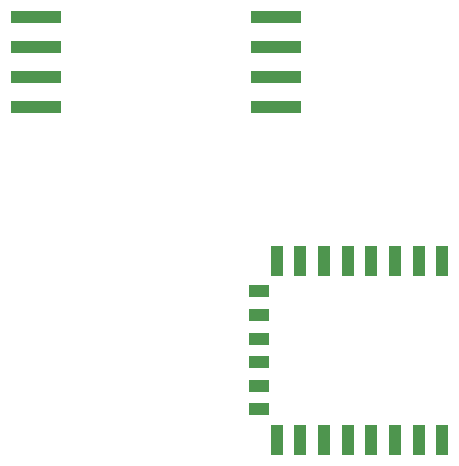
<source format=gbp>
G04 #@! TF.GenerationSoftware,KiCad,Pcbnew,7.0.0-da2b9df05c~171~ubuntu20.04.1*
G04 #@! TF.CreationDate,2023-03-12T17:59:21-04:00*
G04 #@! TF.ProjectId,wifi_shield,77696669-5f73-4686-9965-6c642e6b6963,rev?*
G04 #@! TF.SameCoordinates,Original*
G04 #@! TF.FileFunction,Paste,Bot*
G04 #@! TF.FilePolarity,Positive*
%FSLAX46Y46*%
G04 Gerber Fmt 4.6, Leading zero omitted, Abs format (unit mm)*
G04 Created by KiCad (PCBNEW 7.0.0-da2b9df05c~171~ubuntu20.04.1) date 2023-03-12 17:59:21*
%MOMM*%
%LPD*%
G01*
G04 APERTURE LIST*
%ADD10R,1.000000X2.500000*%
%ADD11R,1.800000X1.000000*%
%ADD12R,4.200000X1.000000*%
G04 APERTURE END LIST*
D10*
X174249999Y-108099999D03*
X172249999Y-108099999D03*
X170249999Y-108099999D03*
X168249999Y-108099999D03*
X166249999Y-108099999D03*
X164249999Y-108099999D03*
X162249999Y-108099999D03*
X160249999Y-108099999D03*
D11*
X158749999Y-105499999D03*
X158749999Y-103499999D03*
X158749999Y-101499999D03*
X158749999Y-99499999D03*
X158749999Y-97499999D03*
X158749999Y-95499999D03*
D10*
X160249999Y-92899999D03*
X162249999Y-92899999D03*
X164249999Y-92899999D03*
X166249999Y-92899999D03*
X168249999Y-92899999D03*
X170249999Y-92899999D03*
X172249999Y-92899999D03*
X174249999Y-92899999D03*
D12*
X139839999Y-79879999D03*
X139839999Y-77339999D03*
X139839999Y-74799999D03*
X139839999Y-72259999D03*
X160159999Y-72259999D03*
X160159999Y-74799999D03*
X160159999Y-77339999D03*
X160159999Y-79879999D03*
M02*

</source>
